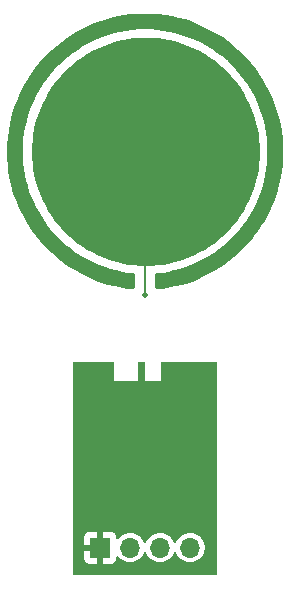
<source format=gbr>
%TF.GenerationSoftware,KiCad,Pcbnew,6.0.2*%
%TF.CreationDate,2022-03-10T12:40:52-05:00*%
%TF.ProjectId,prox-sense-single-mtch105-directional-v0.1-19.05mm-handsolder,70726f78-2d73-4656-9e73-652d73696e67,v0.1*%
%TF.SameCoordinates,Original*%
%TF.FileFunction,Copper,L2,Bot*%
%TF.FilePolarity,Positive*%
%FSLAX46Y46*%
G04 Gerber Fmt 4.6, Leading zero omitted, Abs format (unit mm)*
G04 Created by KiCad (PCBNEW 6.0.2) date 2022-03-10 12:40:52*
%MOMM*%
%LPD*%
G01*
G04 APERTURE LIST*
G04 Aperture macros list*
%AMRoundRect*
0 Rectangle with rounded corners*
0 $1 Rounding radius*
0 $2 $3 $4 $5 $6 $7 $8 $9 X,Y pos of 4 corners*
0 Add a 4 corners polygon primitive as box body*
4,1,4,$2,$3,$4,$5,$6,$7,$8,$9,$2,$3,0*
0 Add four circle primitives for the rounded corners*
1,1,$1+$1,$2,$3*
1,1,$1+$1,$4,$5*
1,1,$1+$1,$6,$7*
1,1,$1+$1,$8,$9*
0 Add four rect primitives between the rounded corners*
20,1,$1+$1,$2,$3,$4,$5,0*
20,1,$1+$1,$4,$5,$6,$7,0*
20,1,$1+$1,$6,$7,$8,$9,0*
20,1,$1+$1,$8,$9,$2,$3,0*%
G04 Aperture macros list end*
%TA.AperFunction,EtchedComponent*%
%ADD10C,0.354009*%
%TD*%
%TA.AperFunction,EtchedComponent*%
%ADD11C,0.292575*%
%TD*%
%TA.AperFunction,ComponentPad*%
%ADD12R,1.700000X1.700000*%
%TD*%
%TA.AperFunction,ComponentPad*%
%ADD13O,1.700000X1.700000*%
%TD*%
%TA.AperFunction,SMDPad,CuDef*%
%ADD14RoundRect,0.381000X0.762000X0.381000X-0.762000X0.381000X-0.762000X-0.381000X0.762000X-0.381000X0*%
%TD*%
%TA.AperFunction,SMDPad,CuDef*%
%ADD15C,1.000000*%
%TD*%
%TA.AperFunction,ComponentPad*%
%ADD16C,1.000000*%
%TD*%
%TA.AperFunction,ViaPad*%
%ADD17C,0.508000*%
%TD*%
%TA.AperFunction,Conductor*%
%ADD18C,0.152400*%
%TD*%
G04 APERTURE END LIST*
D10*
%TO.C,U2*%
X142499740Y-68747087D02*
X141906674Y-68762089D01*
X141906674Y-68762089D02*
X141321393Y-68806600D01*
X141321393Y-68806600D02*
X140744622Y-68879896D01*
X140744622Y-68879896D02*
X140177085Y-68981253D01*
X140177085Y-68981253D02*
X139619505Y-69109946D01*
X139619505Y-69109946D02*
X139072608Y-69265251D01*
X139072608Y-69265251D02*
X138537117Y-69446445D01*
X138537117Y-69446445D02*
X138013756Y-69652803D01*
X138013756Y-69652803D02*
X137503250Y-69883601D01*
X137503250Y-69883601D02*
X137006322Y-70138115D01*
X137006322Y-70138115D02*
X136523697Y-70415621D01*
X136523697Y-70415621D02*
X136056098Y-70715394D01*
X136056098Y-70715394D02*
X135604250Y-71036712D01*
X135604250Y-71036712D02*
X135168877Y-71378848D01*
X135168877Y-71378848D02*
X134750703Y-71741081D01*
X134750703Y-71741081D02*
X134350453Y-72122684D01*
X134350453Y-72122684D02*
X133968849Y-72522935D01*
X133968849Y-72522935D02*
X133606617Y-72941109D01*
X133606617Y-72941109D02*
X133264480Y-73376482D01*
X133264480Y-73376482D02*
X132943163Y-73828329D01*
X132943163Y-73828329D02*
X132643389Y-74295928D01*
X132643389Y-74295928D02*
X132365884Y-74778553D01*
X132365884Y-74778553D02*
X132111370Y-75275481D01*
X132111370Y-75275481D02*
X131880572Y-75785987D01*
X131880572Y-75785987D02*
X131674214Y-76309347D01*
X131674214Y-76309347D02*
X131493020Y-76844838D01*
X131493020Y-76844838D02*
X131337715Y-77391735D01*
X131337715Y-77391735D02*
X131209022Y-77949314D01*
X131209022Y-77949314D02*
X131107666Y-78516850D01*
X131107666Y-78516850D02*
X131034370Y-79093621D01*
X131034370Y-79093621D02*
X130989859Y-79678901D01*
X130989859Y-79678901D02*
X130974857Y-80271967D01*
X130974857Y-80271967D02*
X130988147Y-80829269D01*
X130988147Y-80829269D02*
X131027630Y-81380126D01*
X131027630Y-81380126D02*
X131092722Y-81923901D01*
X131092722Y-81923901D02*
X131182841Y-82459959D01*
X131182841Y-82459959D02*
X131297402Y-82987663D01*
X131297402Y-82987663D02*
X131435823Y-83506376D01*
X131435823Y-83506376D02*
X131597521Y-84015463D01*
X131597521Y-84015463D02*
X131781913Y-84514287D01*
X131781913Y-84514287D02*
X131988415Y-85002211D01*
X131988415Y-85002211D02*
X132216444Y-85478601D01*
X132216444Y-85478601D02*
X132465417Y-85942818D01*
X132465417Y-85942818D02*
X132734751Y-86394228D01*
X132734751Y-86394228D02*
X133023864Y-86832193D01*
X133023864Y-86832193D02*
X133332171Y-87256078D01*
X133332171Y-87256078D02*
X133659089Y-87665246D01*
X133659089Y-87665246D02*
X134004036Y-88059061D01*
X134004036Y-88059061D02*
X134366429Y-88436886D01*
X134366429Y-88436886D02*
X134745683Y-88798086D01*
X134745683Y-88798086D02*
X135141217Y-89142024D01*
X135141217Y-89142024D02*
X135552446Y-89468064D01*
X135552446Y-89468064D02*
X135978789Y-89775569D01*
X135978789Y-89775569D02*
X136419661Y-90063904D01*
X136419661Y-90063904D02*
X136874479Y-90332431D01*
X136874479Y-90332431D02*
X137342661Y-90580515D01*
X137342661Y-90580515D02*
X137823623Y-90807520D01*
X137823623Y-90807520D02*
X138316783Y-91012809D01*
X138316783Y-91012809D02*
X138821556Y-91195746D01*
X138821556Y-91195746D02*
X139337360Y-91355694D01*
X139337360Y-91355694D02*
X139863611Y-91492018D01*
X139863611Y-91492018D02*
X140399728Y-91604080D01*
X140399728Y-91604080D02*
X140945125Y-91691246D01*
X140945125Y-91691246D02*
X141499221Y-91752878D01*
X141499221Y-91752878D02*
X141499801Y-90749368D01*
X141499801Y-90749368D02*
X140997295Y-90689357D01*
X140997295Y-90689357D02*
X140502791Y-90606359D01*
X140502791Y-90606359D02*
X140016811Y-90500948D01*
X140016811Y-90500948D02*
X139539876Y-90373696D01*
X139539876Y-90373696D02*
X139072508Y-90225177D01*
X139072508Y-90225177D02*
X138615228Y-90055966D01*
X138615228Y-90055966D02*
X138168557Y-89866635D01*
X138168557Y-89866635D02*
X137733017Y-89657757D01*
X137733017Y-89657757D02*
X137309129Y-89429907D01*
X137309129Y-89429907D02*
X136897414Y-89183658D01*
X136897414Y-89183658D02*
X136498394Y-88919584D01*
X136498394Y-88919584D02*
X136112590Y-88638257D01*
X136112590Y-88638257D02*
X135740524Y-88340252D01*
X135740524Y-88340252D02*
X135382716Y-88026141D01*
X135382716Y-88026141D02*
X135039689Y-87696499D01*
X135039689Y-87696499D02*
X134711963Y-87351899D01*
X134711963Y-87351899D02*
X134400061Y-86992914D01*
X134400061Y-86992914D02*
X134104502Y-86620118D01*
X134104502Y-86620118D02*
X133825810Y-86234084D01*
X133825810Y-86234084D02*
X133564504Y-85835387D01*
X133564504Y-85835387D02*
X133321107Y-85424598D01*
X133321107Y-85424598D02*
X133096139Y-85002293D01*
X133096139Y-85002293D02*
X132890123Y-84569044D01*
X132890123Y-84569044D02*
X132703579Y-84125425D01*
X132703579Y-84125425D02*
X132537028Y-83672009D01*
X132537028Y-83672009D02*
X132390994Y-83209370D01*
X132390994Y-83209370D02*
X132265995Y-82738081D01*
X132265995Y-82738081D02*
X132162555Y-82258717D01*
X132162555Y-82258717D02*
X132081194Y-81771849D01*
X132081194Y-81771849D02*
X132022433Y-81278053D01*
X132022433Y-81278053D02*
X131986795Y-80777901D01*
X131986795Y-80777901D02*
X131974799Y-80271967D01*
X131974799Y-80271967D02*
X131988494Y-79730362D01*
X131988494Y-79730362D02*
X132029138Y-79195867D01*
X132029138Y-79195867D02*
X132096069Y-78669142D01*
X132096069Y-78669142D02*
X132188627Y-78150850D01*
X132188627Y-78150850D02*
X132306149Y-77641652D01*
X132306149Y-77641652D02*
X132447975Y-77142208D01*
X132447975Y-77142208D02*
X132613444Y-76653180D01*
X132613444Y-76653180D02*
X132801894Y-76175230D01*
X132801894Y-76175230D02*
X133012663Y-75709018D01*
X133012663Y-75709018D02*
X133245091Y-75255206D01*
X133245091Y-75255206D02*
X133498517Y-74814456D01*
X133498517Y-74814456D02*
X133772278Y-74387428D01*
X133772278Y-74387428D02*
X134065714Y-73974784D01*
X134065714Y-73974784D02*
X134378163Y-73577185D01*
X134378163Y-73577185D02*
X134708965Y-73195293D01*
X134708965Y-73195293D02*
X135057457Y-72829769D01*
X135057457Y-72829769D02*
X135422979Y-72481273D01*
X135422979Y-72481273D02*
X135804869Y-72150469D01*
X135804869Y-72150469D02*
X136202466Y-71838016D01*
X136202466Y-71838016D02*
X136615109Y-71544575D01*
X136615109Y-71544575D02*
X137042137Y-71270810D01*
X137042137Y-71270810D02*
X137482887Y-71017380D01*
X137482887Y-71017380D02*
X137936699Y-70784947D01*
X137936699Y-70784947D02*
X138402912Y-70574172D01*
X138402912Y-70574172D02*
X138880864Y-70385716D01*
X138880864Y-70385716D02*
X139369894Y-70220242D01*
X139369894Y-70220242D02*
X139869340Y-70078410D01*
X139869340Y-70078410D02*
X140378542Y-69960881D01*
X140378542Y-69960881D02*
X140896839Y-69868317D01*
X140896839Y-69868317D02*
X141423568Y-69801379D01*
X141423568Y-69801379D02*
X141958068Y-69760728D01*
X141958068Y-69760728D02*
X142499679Y-69747026D01*
X142499679Y-69747026D02*
X143021606Y-69759940D01*
X143021606Y-69759940D02*
X143539991Y-69798488D01*
X143539991Y-69798488D02*
X144053971Y-69862311D01*
X144053971Y-69862311D02*
X144562683Y-69951054D01*
X144562683Y-69951054D02*
X145065264Y-70064357D01*
X145065264Y-70064357D02*
X145560852Y-70201865D01*
X145560852Y-70201865D02*
X146048584Y-70363219D01*
X146048584Y-70363219D02*
X146527597Y-70548063D01*
X146527597Y-70548063D02*
X146997028Y-70756039D01*
X146997028Y-70756039D02*
X147456016Y-70986789D01*
X147456016Y-70986789D02*
X147903697Y-71239957D01*
X147903697Y-71239957D02*
X148339208Y-71515185D01*
X148339208Y-71515185D02*
X148761688Y-71812116D01*
X148761688Y-71812116D02*
X149170272Y-72130393D01*
X149170272Y-72130393D02*
X149564099Y-72469658D01*
X149564099Y-72469658D02*
X149942306Y-72829553D01*
X149942306Y-72829553D02*
X150302219Y-73207743D01*
X150302219Y-73207743D02*
X150641503Y-73601554D01*
X150641503Y-73601554D02*
X150959799Y-74010122D01*
X150959799Y-74010122D02*
X151256750Y-74432586D01*
X151256750Y-74432586D02*
X151531999Y-74868083D01*
X151531999Y-74868083D02*
X151785189Y-75315749D01*
X151785189Y-75315749D02*
X152015962Y-75774723D01*
X152015962Y-75774723D02*
X152223961Y-76244141D01*
X152223961Y-76244141D02*
X152408828Y-76723141D01*
X152408828Y-76723141D02*
X152570206Y-77210861D01*
X152570206Y-77210861D02*
X152707738Y-77706436D01*
X152707738Y-77706436D02*
X152821066Y-78209006D01*
X152821066Y-78209006D02*
X152909833Y-78717706D01*
X152909833Y-78717706D02*
X152973681Y-79231675D01*
X152973681Y-79231675D02*
X153012253Y-79750049D01*
X153012253Y-79750049D02*
X153025192Y-80271967D01*
X153025192Y-80271967D02*
X153013195Y-80777914D01*
X153013195Y-80777914D02*
X152977554Y-81278079D01*
X152977554Y-81278079D02*
X152918790Y-81771888D01*
X152918790Y-81771888D02*
X152837423Y-82258767D01*
X152837423Y-82258767D02*
X152733976Y-82738143D01*
X152733976Y-82738143D02*
X152608969Y-83209443D01*
X152608969Y-83209443D02*
X152462925Y-83672092D01*
X152462925Y-83672092D02*
X152296365Y-84125517D01*
X152296365Y-84125517D02*
X152109809Y-84569145D01*
X152109809Y-84569145D02*
X151903781Y-85002402D01*
X151903781Y-85002402D02*
X151678800Y-85424714D01*
X151678800Y-85424714D02*
X151435388Y-85835509D01*
X151435388Y-85835509D02*
X151174067Y-86234212D01*
X151174067Y-86234212D02*
X150895359Y-86620250D01*
X150895359Y-86620250D02*
X150599784Y-86993049D01*
X150599784Y-86993049D02*
X150287864Y-87352036D01*
X150287864Y-87352036D02*
X149960121Y-87696638D01*
X149960121Y-87696638D02*
X149617075Y-88026280D01*
X149617075Y-88026280D02*
X149259249Y-88340389D01*
X149259249Y-88340389D02*
X148887164Y-88638392D01*
X148887164Y-88638392D02*
X148501341Y-88919716D01*
X148501341Y-88919716D02*
X148102301Y-89183786D01*
X148102301Y-89183786D02*
X147690566Y-89430029D01*
X147690566Y-89430029D02*
X147266658Y-89657871D01*
X147266658Y-89657871D02*
X146831098Y-89866739D01*
X146831098Y-89866739D02*
X146384407Y-90056060D01*
X146384407Y-90056060D02*
X145927107Y-90225260D01*
X145927107Y-90225260D02*
X145459719Y-90373765D01*
X145459719Y-90373765D02*
X144982765Y-90501002D01*
X144982765Y-90501002D02*
X144496765Y-90606397D01*
X144496765Y-90606397D02*
X144002242Y-90689377D01*
X144002242Y-90689377D02*
X143499717Y-90749368D01*
X143499717Y-90749368D02*
X143499679Y-91752924D01*
X143499679Y-91752924D02*
X144053797Y-91691343D01*
X144053797Y-91691343D02*
X144599219Y-91604226D01*
X144599219Y-91604226D02*
X145135361Y-91492209D01*
X145135361Y-91492209D02*
X145661640Y-91355929D01*
X145661640Y-91355929D02*
X146177472Y-91196021D01*
X146177472Y-91196021D02*
X146682275Y-91013123D01*
X146682275Y-91013123D02*
X147175466Y-90807869D01*
X147175466Y-90807869D02*
X147656460Y-90580896D01*
X147656460Y-90580896D02*
X148124675Y-90332841D01*
X148124675Y-90332841D02*
X148579528Y-90064339D01*
X148579528Y-90064339D02*
X149020435Y-89776027D01*
X149020435Y-89776027D02*
X149446814Y-89468541D01*
X149446814Y-89468541D02*
X149858080Y-89142517D01*
X149858080Y-89142517D02*
X150253651Y-88798591D01*
X150253651Y-88798591D02*
X150632943Y-88437399D01*
X150632943Y-88437399D02*
X150995373Y-88059579D01*
X150995373Y-88059579D02*
X151340358Y-87665764D01*
X151340358Y-87665764D02*
X151667315Y-87256593D01*
X151667315Y-87256593D02*
X151975661Y-86832701D01*
X151975661Y-86832701D02*
X152264811Y-86394724D01*
X152264811Y-86394724D02*
X152534184Y-85943299D01*
X152534184Y-85943299D02*
X152783196Y-85479061D01*
X152783196Y-85479061D02*
X153011262Y-85002648D01*
X153011262Y-85002648D02*
X153217802Y-84514694D01*
X153217802Y-84514694D02*
X153402230Y-84015836D01*
X153402230Y-84015836D02*
X153563964Y-83506711D01*
X153563964Y-83506711D02*
X153702421Y-82987955D01*
X153702421Y-82987955D02*
X153817017Y-82460203D01*
X153817017Y-82460203D02*
X153907169Y-81924092D01*
X153907169Y-81924092D02*
X153972295Y-81380258D01*
X153972295Y-81380258D02*
X154011809Y-80829338D01*
X154011809Y-80829338D02*
X154025131Y-80271967D01*
X154025131Y-80271967D02*
X154010966Y-79700487D01*
X154010966Y-79700487D02*
X153968733Y-79132884D01*
X153968733Y-79132884D02*
X153898824Y-78570102D01*
X153898824Y-78570102D02*
X153801629Y-78013086D01*
X153801629Y-78013086D02*
X153677539Y-77462782D01*
X153677539Y-77462782D02*
X153526947Y-76920133D01*
X153526947Y-76920133D02*
X153350242Y-76386086D01*
X153350242Y-76386086D02*
X153147818Y-75861583D01*
X153147818Y-75861583D02*
X152920064Y-75347572D01*
X152920064Y-75347572D02*
X152667373Y-74844995D01*
X152667373Y-74844995D02*
X152390135Y-74354799D01*
X152390135Y-74354799D02*
X152088742Y-73877928D01*
X152088742Y-73877928D02*
X151763585Y-73415327D01*
X151763585Y-73415327D02*
X151415055Y-72967940D01*
X151415055Y-72967940D02*
X151043545Y-72536713D01*
X151043545Y-72536713D02*
X150649444Y-72122591D01*
X150649444Y-72122591D02*
X150235312Y-71728499D01*
X150235312Y-71728499D02*
X149804075Y-71356997D01*
X149804075Y-71356997D02*
X149356679Y-71008478D01*
X149356679Y-71008478D02*
X148894068Y-70683331D01*
X148894068Y-70683331D02*
X148417187Y-70381948D01*
X148417187Y-70381948D02*
X147926980Y-70104722D01*
X147926980Y-70104722D02*
X147424393Y-69852042D01*
X147424393Y-69852042D02*
X146910370Y-69624300D01*
X146910370Y-69624300D02*
X146385856Y-69421887D01*
X146385856Y-69421887D02*
X145851795Y-69245195D01*
X145851795Y-69245195D02*
X145309132Y-69094615D01*
X145309132Y-69094615D02*
X144758812Y-68970538D01*
X144758812Y-68970538D02*
X144201779Y-68873355D01*
X144201779Y-68873355D02*
X143638979Y-68803459D01*
X143638979Y-68803459D02*
X143071356Y-68761239D01*
X143071356Y-68761239D02*
X142499854Y-68747087D01*
X142499854Y-68747087D02*
X142499740Y-68747087D01*
X142499740Y-68747087D02*
X142499740Y-68747087D01*
G36*
X143071356Y-68761239D02*
G01*
X143638979Y-68803459D01*
X144201779Y-68873355D01*
X144758812Y-68970538D01*
X145309132Y-69094615D01*
X145851795Y-69245195D01*
X146385856Y-69421887D01*
X146910370Y-69624300D01*
X147424393Y-69852042D01*
X147926980Y-70104722D01*
X148417187Y-70381948D01*
X148894068Y-70683331D01*
X149356679Y-71008478D01*
X149804075Y-71356997D01*
X150235312Y-71728499D01*
X150649444Y-72122591D01*
X151043545Y-72536713D01*
X151415055Y-72967940D01*
X151763585Y-73415327D01*
X152088742Y-73877928D01*
X152390135Y-74354799D01*
X152667373Y-74844995D01*
X152920064Y-75347572D01*
X153147818Y-75861583D01*
X153350242Y-76386086D01*
X153526947Y-76920133D01*
X153677539Y-77462782D01*
X153801629Y-78013086D01*
X153898824Y-78570102D01*
X153968733Y-79132884D01*
X154010966Y-79700487D01*
X154025131Y-80271967D01*
X154011809Y-80829338D01*
X153972295Y-81380258D01*
X153907169Y-81924092D01*
X153817017Y-82460203D01*
X153702421Y-82987955D01*
X153563964Y-83506711D01*
X153402230Y-84015836D01*
X153217802Y-84514694D01*
X153011262Y-85002648D01*
X152783196Y-85479061D01*
X152534184Y-85943299D01*
X152264811Y-86394724D01*
X151975661Y-86832701D01*
X151667315Y-87256593D01*
X151340358Y-87665764D01*
X150995373Y-88059579D01*
X150632943Y-88437399D01*
X150253651Y-88798591D01*
X149858080Y-89142517D01*
X149446814Y-89468541D01*
X149020435Y-89776027D01*
X148579528Y-90064339D01*
X148124675Y-90332841D01*
X147656460Y-90580896D01*
X147175466Y-90807869D01*
X146682275Y-91013123D01*
X146177472Y-91196021D01*
X145661640Y-91355929D01*
X145135361Y-91492209D01*
X144599219Y-91604226D01*
X144053797Y-91691343D01*
X143499679Y-91752924D01*
X143499717Y-90749368D01*
X144002242Y-90689377D01*
X144496765Y-90606397D01*
X144982765Y-90501002D01*
X145459719Y-90373765D01*
X145927107Y-90225260D01*
X146384407Y-90056060D01*
X146831098Y-89866739D01*
X147266658Y-89657871D01*
X147690566Y-89430029D01*
X148102301Y-89183786D01*
X148501341Y-88919716D01*
X148887164Y-88638392D01*
X149259249Y-88340389D01*
X149617075Y-88026280D01*
X149960121Y-87696638D01*
X150287864Y-87352036D01*
X150599784Y-86993049D01*
X150895359Y-86620250D01*
X151174067Y-86234212D01*
X151435388Y-85835509D01*
X151678800Y-85424714D01*
X151903781Y-85002402D01*
X152109809Y-84569145D01*
X152296365Y-84125517D01*
X152462925Y-83672092D01*
X152608969Y-83209443D01*
X152733976Y-82738143D01*
X152837423Y-82258767D01*
X152918790Y-81771888D01*
X152977554Y-81278079D01*
X153013195Y-80777914D01*
X153025192Y-80271967D01*
X153012253Y-79750049D01*
X152973681Y-79231675D01*
X152909833Y-78717706D01*
X152821066Y-78209006D01*
X152707738Y-77706436D01*
X152570206Y-77210861D01*
X152408828Y-76723141D01*
X152223961Y-76244141D01*
X152015962Y-75774723D01*
X151785189Y-75315749D01*
X151531999Y-74868083D01*
X151256750Y-74432586D01*
X150959799Y-74010122D01*
X150641503Y-73601554D01*
X150302219Y-73207743D01*
X149942306Y-72829553D01*
X149564099Y-72469658D01*
X149170272Y-72130393D01*
X148761688Y-71812116D01*
X148339208Y-71515185D01*
X147903697Y-71239957D01*
X147456016Y-70986789D01*
X146997028Y-70756039D01*
X146527597Y-70548063D01*
X146048584Y-70363219D01*
X145560852Y-70201865D01*
X145065264Y-70064357D01*
X144562683Y-69951054D01*
X144053971Y-69862311D01*
X143539991Y-69798488D01*
X143021606Y-69759940D01*
X142499679Y-69747026D01*
X141958068Y-69760728D01*
X141423568Y-69801379D01*
X140896839Y-69868317D01*
X140378542Y-69960881D01*
X139869340Y-70078410D01*
X139369894Y-70220242D01*
X138880864Y-70385716D01*
X138402912Y-70574172D01*
X137936699Y-70784947D01*
X137482887Y-71017380D01*
X137042137Y-71270810D01*
X136615109Y-71544575D01*
X136202466Y-71838016D01*
X135804869Y-72150469D01*
X135422979Y-72481273D01*
X135057457Y-72829769D01*
X134708965Y-73195293D01*
X134378163Y-73577185D01*
X134065714Y-73974784D01*
X133772278Y-74387428D01*
X133498517Y-74814456D01*
X133245091Y-75255206D01*
X133012663Y-75709018D01*
X132801894Y-76175230D01*
X132613444Y-76653180D01*
X132447975Y-77142208D01*
X132306149Y-77641652D01*
X132188627Y-78150850D01*
X132096069Y-78669142D01*
X132029138Y-79195867D01*
X131988494Y-79730362D01*
X131974799Y-80271967D01*
X131986795Y-80777901D01*
X132022433Y-81278053D01*
X132081194Y-81771849D01*
X132162555Y-82258717D01*
X132265995Y-82738081D01*
X132390994Y-83209370D01*
X132537028Y-83672009D01*
X132703579Y-84125425D01*
X132890123Y-84569044D01*
X133096139Y-85002293D01*
X133321107Y-85424598D01*
X133564504Y-85835387D01*
X133825810Y-86234084D01*
X134104502Y-86620118D01*
X134400061Y-86992914D01*
X134711963Y-87351899D01*
X135039689Y-87696499D01*
X135382716Y-88026141D01*
X135740524Y-88340252D01*
X136112590Y-88638257D01*
X136498394Y-88919584D01*
X136897414Y-89183658D01*
X137309129Y-89429907D01*
X137733017Y-89657757D01*
X138168557Y-89866635D01*
X138615228Y-90055966D01*
X139072508Y-90225177D01*
X139539876Y-90373696D01*
X140016811Y-90500948D01*
X140502791Y-90606359D01*
X140997295Y-90689357D01*
X141499801Y-90749368D01*
X141499221Y-91752878D01*
X140945125Y-91691246D01*
X140399728Y-91604080D01*
X139863611Y-91492018D01*
X139337360Y-91355694D01*
X138821556Y-91195746D01*
X138316783Y-91012809D01*
X137823623Y-90807520D01*
X137342661Y-90580515D01*
X136874479Y-90332431D01*
X136419661Y-90063904D01*
X135978789Y-89775569D01*
X135552446Y-89468064D01*
X135141217Y-89142024D01*
X134745683Y-88798086D01*
X134366429Y-88436886D01*
X134004036Y-88059061D01*
X133659089Y-87665246D01*
X133332171Y-87256078D01*
X133023864Y-86832193D01*
X132734751Y-86394228D01*
X132465417Y-85942818D01*
X132216444Y-85478601D01*
X131988415Y-85002211D01*
X131781913Y-84514287D01*
X131597521Y-84015463D01*
X131435823Y-83506376D01*
X131297402Y-82987663D01*
X131182841Y-82459959D01*
X131092722Y-81923901D01*
X131027630Y-81380126D01*
X130988147Y-80829269D01*
X130974857Y-80271967D01*
X130989859Y-79678901D01*
X131034370Y-79093621D01*
X131107666Y-78516850D01*
X131209022Y-77949314D01*
X131337715Y-77391735D01*
X131493020Y-76844838D01*
X131674214Y-76309347D01*
X131880572Y-75785987D01*
X132111370Y-75275481D01*
X132365884Y-74778553D01*
X132643389Y-74295928D01*
X132943163Y-73828329D01*
X133264480Y-73376482D01*
X133606617Y-72941109D01*
X133968849Y-72522935D01*
X134350453Y-72122684D01*
X134750703Y-71741081D01*
X135168877Y-71378848D01*
X135604250Y-71036712D01*
X136056098Y-70715394D01*
X136523697Y-70415621D01*
X137006322Y-70138115D01*
X137503250Y-69883601D01*
X138013756Y-69652803D01*
X138537117Y-69446445D01*
X139072608Y-69265251D01*
X139619505Y-69109946D01*
X140177085Y-68981253D01*
X140744622Y-68879896D01*
X141321393Y-68806600D01*
X141906674Y-68762089D01*
X142499740Y-68747087D01*
X142499854Y-68747087D01*
X143071356Y-68761239D01*
G37*
X143071356Y-68761239D02*
X143638979Y-68803459D01*
X144201779Y-68873355D01*
X144758812Y-68970538D01*
X145309132Y-69094615D01*
X145851795Y-69245195D01*
X146385856Y-69421887D01*
X146910370Y-69624300D01*
X147424393Y-69852042D01*
X147926980Y-70104722D01*
X148417187Y-70381948D01*
X148894068Y-70683331D01*
X149356679Y-71008478D01*
X149804075Y-71356997D01*
X150235312Y-71728499D01*
X150649444Y-72122591D01*
X151043545Y-72536713D01*
X151415055Y-72967940D01*
X151763585Y-73415327D01*
X152088742Y-73877928D01*
X152390135Y-74354799D01*
X152667373Y-74844995D01*
X152920064Y-75347572D01*
X153147818Y-75861583D01*
X153350242Y-76386086D01*
X153526947Y-76920133D01*
X153677539Y-77462782D01*
X153801629Y-78013086D01*
X153898824Y-78570102D01*
X153968733Y-79132884D01*
X154010966Y-79700487D01*
X154025131Y-80271967D01*
X154011809Y-80829338D01*
X153972295Y-81380258D01*
X153907169Y-81924092D01*
X153817017Y-82460203D01*
X153702421Y-82987955D01*
X153563964Y-83506711D01*
X153402230Y-84015836D01*
X153217802Y-84514694D01*
X153011262Y-85002648D01*
X152783196Y-85479061D01*
X152534184Y-85943299D01*
X152264811Y-86394724D01*
X151975661Y-86832701D01*
X151667315Y-87256593D01*
X151340358Y-87665764D01*
X150995373Y-88059579D01*
X150632943Y-88437399D01*
X150253651Y-88798591D01*
X149858080Y-89142517D01*
X149446814Y-89468541D01*
X149020435Y-89776027D01*
X148579528Y-90064339D01*
X148124675Y-90332841D01*
X147656460Y-90580896D01*
X147175466Y-90807869D01*
X146682275Y-91013123D01*
X146177472Y-91196021D01*
X145661640Y-91355929D01*
X145135361Y-91492209D01*
X144599219Y-91604226D01*
X144053797Y-91691343D01*
X143499679Y-91752924D01*
X143499717Y-90749368D01*
X144002242Y-90689377D01*
X144496765Y-90606397D01*
X144982765Y-90501002D01*
X145459719Y-90373765D01*
X145927107Y-90225260D01*
X146384407Y-90056060D01*
X146831098Y-89866739D01*
X147266658Y-89657871D01*
X147690566Y-89430029D01*
X148102301Y-89183786D01*
X148501341Y-88919716D01*
X148887164Y-88638392D01*
X149259249Y-88340389D01*
X149617075Y-88026280D01*
X149960121Y-87696638D01*
X150287864Y-87352036D01*
X150599784Y-86993049D01*
X150895359Y-86620250D01*
X151174067Y-86234212D01*
X151435388Y-85835509D01*
X151678800Y-85424714D01*
X151903781Y-85002402D01*
X152109809Y-84569145D01*
X152296365Y-84125517D01*
X152462925Y-83672092D01*
X152608969Y-83209443D01*
X152733976Y-82738143D01*
X152837423Y-82258767D01*
X152918790Y-81771888D01*
X152977554Y-81278079D01*
X153013195Y-80777914D01*
X153025192Y-80271967D01*
X153012253Y-79750049D01*
X152973681Y-79231675D01*
X152909833Y-78717706D01*
X152821066Y-78209006D01*
X152707738Y-77706436D01*
X152570206Y-77210861D01*
X152408828Y-76723141D01*
X152223961Y-76244141D01*
X152015962Y-75774723D01*
X151785189Y-75315749D01*
X151531999Y-74868083D01*
X151256750Y-74432586D01*
X150959799Y-74010122D01*
X150641503Y-73601554D01*
X150302219Y-73207743D01*
X149942306Y-72829553D01*
X149564099Y-72469658D01*
X149170272Y-72130393D01*
X148761688Y-71812116D01*
X148339208Y-71515185D01*
X147903697Y-71239957D01*
X147456016Y-70986789D01*
X146997028Y-70756039D01*
X146527597Y-70548063D01*
X146048584Y-70363219D01*
X145560852Y-70201865D01*
X145065264Y-70064357D01*
X144562683Y-69951054D01*
X144053971Y-69862311D01*
X143539991Y-69798488D01*
X143021606Y-69759940D01*
X142499679Y-69747026D01*
X141958068Y-69760728D01*
X141423568Y-69801379D01*
X140896839Y-69868317D01*
X140378542Y-69960881D01*
X139869340Y-70078410D01*
X139369894Y-70220242D01*
X138880864Y-70385716D01*
X138402912Y-70574172D01*
X137936699Y-70784947D01*
X137482887Y-71017380D01*
X137042137Y-71270810D01*
X136615109Y-71544575D01*
X136202466Y-71838016D01*
X135804869Y-72150469D01*
X135422979Y-72481273D01*
X135057457Y-72829769D01*
X134708965Y-73195293D01*
X134378163Y-73577185D01*
X134065714Y-73974784D01*
X133772278Y-74387428D01*
X133498517Y-74814456D01*
X133245091Y-75255206D01*
X133012663Y-75709018D01*
X132801894Y-76175230D01*
X132613444Y-76653180D01*
X132447975Y-77142208D01*
X132306149Y-77641652D01*
X132188627Y-78150850D01*
X132096069Y-78669142D01*
X132029138Y-79195867D01*
X131988494Y-79730362D01*
X131974799Y-80271967D01*
X131986795Y-80777901D01*
X132022433Y-81278053D01*
X132081194Y-81771849D01*
X132162555Y-82258717D01*
X132265995Y-82738081D01*
X132390994Y-83209370D01*
X132537028Y-83672009D01*
X132703579Y-84125425D01*
X132890123Y-84569044D01*
X133096139Y-85002293D01*
X133321107Y-85424598D01*
X133564504Y-85835387D01*
X133825810Y-86234084D01*
X134104502Y-86620118D01*
X134400061Y-86992914D01*
X134711963Y-87351899D01*
X135039689Y-87696499D01*
X135382716Y-88026141D01*
X135740524Y-88340252D01*
X136112590Y-88638257D01*
X136498394Y-88919584D01*
X136897414Y-89183658D01*
X137309129Y-89429907D01*
X137733017Y-89657757D01*
X138168557Y-89866635D01*
X138615228Y-90055966D01*
X139072508Y-90225177D01*
X139539876Y-90373696D01*
X140016811Y-90500948D01*
X140502791Y-90606359D01*
X140997295Y-90689357D01*
X141499801Y-90749368D01*
X141499221Y-91752878D01*
X140945125Y-91691246D01*
X140399728Y-91604080D01*
X139863611Y-91492018D01*
X139337360Y-91355694D01*
X138821556Y-91195746D01*
X138316783Y-91012809D01*
X137823623Y-90807520D01*
X137342661Y-90580515D01*
X136874479Y-90332431D01*
X136419661Y-90063904D01*
X135978789Y-89775569D01*
X135552446Y-89468064D01*
X135141217Y-89142024D01*
X134745683Y-88798086D01*
X134366429Y-88436886D01*
X134004036Y-88059061D01*
X133659089Y-87665246D01*
X133332171Y-87256078D01*
X133023864Y-86832193D01*
X132734751Y-86394228D01*
X132465417Y-85942818D01*
X132216444Y-85478601D01*
X131988415Y-85002211D01*
X131781913Y-84514287D01*
X131597521Y-84015463D01*
X131435823Y-83506376D01*
X131297402Y-82987663D01*
X131182841Y-82459959D01*
X131092722Y-81923901D01*
X131027630Y-81380126D01*
X130988147Y-80829269D01*
X130974857Y-80271967D01*
X130989859Y-79678901D01*
X131034370Y-79093621D01*
X131107666Y-78516850D01*
X131209022Y-77949314D01*
X131337715Y-77391735D01*
X131493020Y-76844838D01*
X131674214Y-76309347D01*
X131880572Y-75785987D01*
X132111370Y-75275481D01*
X132365884Y-74778553D01*
X132643389Y-74295928D01*
X132943163Y-73828329D01*
X133264480Y-73376482D01*
X133606617Y-72941109D01*
X133968849Y-72522935D01*
X134350453Y-72122684D01*
X134750703Y-71741081D01*
X135168877Y-71378848D01*
X135604250Y-71036712D01*
X136056098Y-70715394D01*
X136523697Y-70415621D01*
X137006322Y-70138115D01*
X137503250Y-69883601D01*
X138013756Y-69652803D01*
X138537117Y-69446445D01*
X139072608Y-69265251D01*
X139619505Y-69109946D01*
X140177085Y-68981253D01*
X140744622Y-68879896D01*
X141321393Y-68806600D01*
X141906674Y-68762089D01*
X142499740Y-68747087D01*
X142499854Y-68747087D01*
X143071356Y-68761239D01*
D11*
X132999994Y-80250004D02*
X133012388Y-80740160D01*
X133012388Y-80740160D02*
X133049171Y-81223880D01*
X133049171Y-81223880D02*
X133109743Y-81700568D01*
X133109743Y-81700568D02*
X133193508Y-82169624D01*
X133193508Y-82169624D02*
X133299866Y-82630450D01*
X133299866Y-82630450D02*
X133428219Y-83082448D01*
X133428219Y-83082448D02*
X133577968Y-83525019D01*
X133577968Y-83525019D02*
X133748516Y-83957564D01*
X133748516Y-83957564D02*
X133939262Y-84379485D01*
X133939262Y-84379485D02*
X134149610Y-84790185D01*
X134149610Y-84790185D02*
X134378960Y-85189063D01*
X134378960Y-85189063D02*
X134626714Y-85575522D01*
X134626714Y-85575522D02*
X134892274Y-85948963D01*
X134892274Y-85948963D02*
X135175040Y-86308788D01*
X135175040Y-86308788D02*
X135474416Y-86654399D01*
X135474416Y-86654399D02*
X135789801Y-86985196D01*
X135789801Y-86985196D02*
X136120598Y-87300581D01*
X136120598Y-87300581D02*
X136466209Y-87599957D01*
X136466209Y-87599957D02*
X136826034Y-87882723D01*
X136826034Y-87882723D02*
X137199475Y-88148283D01*
X137199475Y-88148283D02*
X137585934Y-88396037D01*
X137585934Y-88396037D02*
X137984812Y-88625387D01*
X137984812Y-88625387D02*
X138395512Y-88835735D01*
X138395512Y-88835735D02*
X138817433Y-89026481D01*
X138817433Y-89026481D02*
X139249978Y-89197029D01*
X139249978Y-89197029D02*
X139692549Y-89346778D01*
X139692549Y-89346778D02*
X140144547Y-89475131D01*
X140144547Y-89475131D02*
X140605373Y-89581489D01*
X140605373Y-89581489D02*
X141074429Y-89665254D01*
X141074429Y-89665254D02*
X141551117Y-89725826D01*
X141551117Y-89725826D02*
X142034837Y-89762609D01*
X142034837Y-89762609D02*
X142524993Y-89775003D01*
X142524993Y-89775003D02*
X143015148Y-89762609D01*
X143015148Y-89762609D02*
X143498869Y-89725826D01*
X143498869Y-89725826D02*
X143975556Y-89665254D01*
X143975556Y-89665254D02*
X144444612Y-89581489D01*
X144444612Y-89581489D02*
X144905439Y-89475131D01*
X144905439Y-89475131D02*
X145357436Y-89346778D01*
X145357436Y-89346778D02*
X145800007Y-89197029D01*
X145800007Y-89197029D02*
X146232553Y-89026481D01*
X146232553Y-89026481D02*
X146654474Y-88835735D01*
X146654474Y-88835735D02*
X147065173Y-88625387D01*
X147065173Y-88625387D02*
X147464052Y-88396037D01*
X147464052Y-88396037D02*
X147850511Y-88148283D01*
X147850511Y-88148283D02*
X148223952Y-87882723D01*
X148223952Y-87882723D02*
X148583777Y-87599957D01*
X148583777Y-87599957D02*
X148929387Y-87300581D01*
X148929387Y-87300581D02*
X149260185Y-86985196D01*
X149260185Y-86985196D02*
X149575570Y-86654399D01*
X149575570Y-86654399D02*
X149874946Y-86308788D01*
X149874946Y-86308788D02*
X150157712Y-85948963D01*
X150157712Y-85948963D02*
X150423272Y-85575522D01*
X150423272Y-85575522D02*
X150671026Y-85189063D01*
X150671026Y-85189063D02*
X150900376Y-84790185D01*
X150900376Y-84790185D02*
X151110724Y-84379485D01*
X151110724Y-84379485D02*
X151301471Y-83957564D01*
X151301471Y-83957564D02*
X151472018Y-83525019D01*
X151472018Y-83525019D02*
X151621767Y-83082448D01*
X151621767Y-83082448D02*
X151750120Y-82630450D01*
X151750120Y-82630450D02*
X151856478Y-82169624D01*
X151856478Y-82169624D02*
X151940243Y-81700568D01*
X151940243Y-81700568D02*
X152000816Y-81223880D01*
X152000816Y-81223880D02*
X152037598Y-80740160D01*
X152037598Y-80740160D02*
X152049992Y-80250004D01*
X152049992Y-80250004D02*
X152037598Y-79759849D01*
X152037598Y-79759849D02*
X152000816Y-79276128D01*
X152000816Y-79276128D02*
X151940243Y-78799441D01*
X151940243Y-78799441D02*
X151856478Y-78330385D01*
X151856478Y-78330385D02*
X151750120Y-77869558D01*
X151750120Y-77869558D02*
X151621767Y-77417561D01*
X151621767Y-77417561D02*
X151472018Y-76974990D01*
X151472018Y-76974990D02*
X151301471Y-76542444D01*
X151301471Y-76542444D02*
X151110724Y-76120523D01*
X151110724Y-76120523D02*
X150900376Y-75709824D01*
X150900376Y-75709824D02*
X150671026Y-75310945D01*
X150671026Y-75310945D02*
X150423272Y-74924486D01*
X150423272Y-74924486D02*
X150157712Y-74551045D01*
X150157712Y-74551045D02*
X149874946Y-74191220D01*
X149874946Y-74191220D02*
X149575570Y-73845610D01*
X149575570Y-73845610D02*
X149260185Y-73514812D01*
X149260185Y-73514812D02*
X148929387Y-73199427D01*
X148929387Y-73199427D02*
X148583777Y-72900051D01*
X148583777Y-72900051D02*
X148223952Y-72617285D01*
X148223952Y-72617285D02*
X147850511Y-72351725D01*
X147850511Y-72351725D02*
X147464052Y-72103971D01*
X147464052Y-72103971D02*
X147065173Y-71874621D01*
X147065173Y-71874621D02*
X146654474Y-71664273D01*
X146654474Y-71664273D02*
X146232553Y-71473526D01*
X146232553Y-71473526D02*
X145800007Y-71302979D01*
X145800007Y-71302979D02*
X145357436Y-71153230D01*
X145357436Y-71153230D02*
X144905439Y-71024877D01*
X144905439Y-71024877D02*
X144444612Y-70918519D01*
X144444612Y-70918519D02*
X143975556Y-70834754D01*
X143975556Y-70834754D02*
X143498869Y-70774181D01*
X143498869Y-70774181D02*
X143015148Y-70737399D01*
X143015148Y-70737399D02*
X142524993Y-70725005D01*
X142524993Y-70725005D02*
X142034837Y-70737399D01*
X142034837Y-70737399D02*
X141551117Y-70774181D01*
X141551117Y-70774181D02*
X141074429Y-70834754D01*
X141074429Y-70834754D02*
X140605373Y-70918519D01*
X140605373Y-70918519D02*
X140144547Y-71024877D01*
X140144547Y-71024877D02*
X139692549Y-71153230D01*
X139692549Y-71153230D02*
X139249978Y-71302979D01*
X139249978Y-71302979D02*
X138817433Y-71473526D01*
X138817433Y-71473526D02*
X138395512Y-71664273D01*
X138395512Y-71664273D02*
X137984812Y-71874621D01*
X137984812Y-71874621D02*
X137585934Y-72103971D01*
X137585934Y-72103971D02*
X137199475Y-72351725D01*
X137199475Y-72351725D02*
X136826034Y-72617285D01*
X136826034Y-72617285D02*
X136466209Y-72900051D01*
X136466209Y-72900051D02*
X136120598Y-73199427D01*
X136120598Y-73199427D02*
X135789801Y-73514812D01*
X135789801Y-73514812D02*
X135474416Y-73845610D01*
X135474416Y-73845610D02*
X135175040Y-74191220D01*
X135175040Y-74191220D02*
X134892274Y-74551045D01*
X134892274Y-74551045D02*
X134626714Y-74924486D01*
X134626714Y-74924486D02*
X134378960Y-75310945D01*
X134378960Y-75310945D02*
X134149610Y-75709824D01*
X134149610Y-75709824D02*
X133939262Y-76120523D01*
X133939262Y-76120523D02*
X133748516Y-76542444D01*
X133748516Y-76542444D02*
X133577968Y-76974990D01*
X133577968Y-76974990D02*
X133428219Y-77417561D01*
X133428219Y-77417561D02*
X133299866Y-77869558D01*
X133299866Y-77869558D02*
X133193508Y-78330385D01*
X133193508Y-78330385D02*
X133109743Y-78799441D01*
X133109743Y-78799441D02*
X133049171Y-79276128D01*
X133049171Y-79276128D02*
X133012388Y-79759849D01*
X133012388Y-79759849D02*
X132999994Y-80250004D01*
X132999994Y-80250004D02*
X132999994Y-80250004D01*
G36*
X143015148Y-70737399D02*
G01*
X143498869Y-70774181D01*
X143975556Y-70834754D01*
X144444612Y-70918519D01*
X144905439Y-71024877D01*
X145357436Y-71153230D01*
X145800007Y-71302979D01*
X146232553Y-71473526D01*
X146654474Y-71664273D01*
X147065173Y-71874621D01*
X147464052Y-72103971D01*
X147850511Y-72351725D01*
X148223952Y-72617285D01*
X148583777Y-72900051D01*
X148929387Y-73199427D01*
X149260185Y-73514812D01*
X149575570Y-73845610D01*
X149874946Y-74191220D01*
X150157712Y-74551045D01*
X150423272Y-74924486D01*
X150671026Y-75310945D01*
X150900376Y-75709824D01*
X151110724Y-76120523D01*
X151301471Y-76542444D01*
X151472018Y-76974990D01*
X151621767Y-77417561D01*
X151750120Y-77869558D01*
X151856478Y-78330385D01*
X151940243Y-78799441D01*
X152000816Y-79276128D01*
X152037598Y-79759849D01*
X152049992Y-80250004D01*
X152037598Y-80740160D01*
X152000816Y-81223880D01*
X151940243Y-81700568D01*
X151856478Y-82169624D01*
X151750120Y-82630450D01*
X151621767Y-83082448D01*
X151472018Y-83525019D01*
X151301471Y-83957564D01*
X151110724Y-84379485D01*
X150900376Y-84790185D01*
X150671026Y-85189063D01*
X150423272Y-85575522D01*
X150157712Y-85948963D01*
X149874946Y-86308788D01*
X149575570Y-86654399D01*
X149260185Y-86985196D01*
X148929387Y-87300581D01*
X148583777Y-87599957D01*
X148223952Y-87882723D01*
X147850511Y-88148283D01*
X147464052Y-88396037D01*
X147065173Y-88625387D01*
X146654474Y-88835735D01*
X146232553Y-89026481D01*
X145800007Y-89197029D01*
X145357436Y-89346778D01*
X144905439Y-89475131D01*
X144444612Y-89581489D01*
X143975556Y-89665254D01*
X143498869Y-89725826D01*
X143015148Y-89762609D01*
X142524993Y-89775003D01*
X142034837Y-89762609D01*
X141551117Y-89725826D01*
X141074429Y-89665254D01*
X140605373Y-89581489D01*
X140144547Y-89475131D01*
X139692549Y-89346778D01*
X139249978Y-89197029D01*
X138817433Y-89026481D01*
X138395512Y-88835735D01*
X137984812Y-88625387D01*
X137585934Y-88396037D01*
X137199475Y-88148283D01*
X136826034Y-87882723D01*
X136466209Y-87599957D01*
X136120598Y-87300581D01*
X135789801Y-86985196D01*
X135474416Y-86654399D01*
X135175040Y-86308788D01*
X134892274Y-85948963D01*
X134626714Y-85575522D01*
X134378960Y-85189063D01*
X134149610Y-84790185D01*
X133939262Y-84379485D01*
X133748516Y-83957564D01*
X133577968Y-83525019D01*
X133428219Y-83082448D01*
X133299866Y-82630450D01*
X133193508Y-82169624D01*
X133109743Y-81700568D01*
X133049171Y-81223880D01*
X133012388Y-80740160D01*
X132999994Y-80250004D01*
X133012388Y-79759849D01*
X133049171Y-79276128D01*
X133109743Y-78799441D01*
X133193508Y-78330385D01*
X133299866Y-77869558D01*
X133428219Y-77417561D01*
X133577968Y-76974990D01*
X133748516Y-76542444D01*
X133939262Y-76120523D01*
X134149610Y-75709824D01*
X134378960Y-75310945D01*
X134626714Y-74924486D01*
X134892274Y-74551045D01*
X135175040Y-74191220D01*
X135474416Y-73845610D01*
X135789801Y-73514812D01*
X136120598Y-73199427D01*
X136466209Y-72900051D01*
X136826034Y-72617285D01*
X137199475Y-72351725D01*
X137585934Y-72103971D01*
X137984812Y-71874621D01*
X138395512Y-71664273D01*
X138817433Y-71473526D01*
X139249978Y-71302979D01*
X139692549Y-71153230D01*
X140144547Y-71024877D01*
X140605373Y-70918519D01*
X141074429Y-70834754D01*
X141551117Y-70774181D01*
X142034837Y-70737399D01*
X142524993Y-70725005D01*
X143015148Y-70737399D01*
G37*
X143015148Y-70737399D02*
X143498869Y-70774181D01*
X143975556Y-70834754D01*
X144444612Y-70918519D01*
X144905439Y-71024877D01*
X145357436Y-71153230D01*
X145800007Y-71302979D01*
X146232553Y-71473526D01*
X146654474Y-71664273D01*
X147065173Y-71874621D01*
X147464052Y-72103971D01*
X147850511Y-72351725D01*
X148223952Y-72617285D01*
X148583777Y-72900051D01*
X148929387Y-73199427D01*
X149260185Y-73514812D01*
X149575570Y-73845610D01*
X149874946Y-74191220D01*
X150157712Y-74551045D01*
X150423272Y-74924486D01*
X150671026Y-75310945D01*
X150900376Y-75709824D01*
X151110724Y-76120523D01*
X151301471Y-76542444D01*
X151472018Y-76974990D01*
X151621767Y-77417561D01*
X151750120Y-77869558D01*
X151856478Y-78330385D01*
X151940243Y-78799441D01*
X152000816Y-79276128D01*
X152037598Y-79759849D01*
X152049992Y-80250004D01*
X152037598Y-80740160D01*
X152000816Y-81223880D01*
X151940243Y-81700568D01*
X151856478Y-82169624D01*
X151750120Y-82630450D01*
X151621767Y-83082448D01*
X151472018Y-83525019D01*
X151301471Y-83957564D01*
X151110724Y-84379485D01*
X150900376Y-84790185D01*
X150671026Y-85189063D01*
X150423272Y-85575522D01*
X150157712Y-85948963D01*
X149874946Y-86308788D01*
X149575570Y-86654399D01*
X149260185Y-86985196D01*
X148929387Y-87300581D01*
X148583777Y-87599957D01*
X148223952Y-87882723D01*
X147850511Y-88148283D01*
X147464052Y-88396037D01*
X147065173Y-88625387D01*
X146654474Y-88835735D01*
X146232553Y-89026481D01*
X145800007Y-89197029D01*
X145357436Y-89346778D01*
X144905439Y-89475131D01*
X144444612Y-89581489D01*
X143975556Y-89665254D01*
X143498869Y-89725826D01*
X143015148Y-89762609D01*
X142524993Y-89775003D01*
X142034837Y-89762609D01*
X141551117Y-89725826D01*
X141074429Y-89665254D01*
X140605373Y-89581489D01*
X140144547Y-89475131D01*
X139692549Y-89346778D01*
X139249978Y-89197029D01*
X138817433Y-89026481D01*
X138395512Y-88835735D01*
X137984812Y-88625387D01*
X137585934Y-88396037D01*
X137199475Y-88148283D01*
X136826034Y-87882723D01*
X136466209Y-87599957D01*
X136120598Y-87300581D01*
X135789801Y-86985196D01*
X135474416Y-86654399D01*
X135175040Y-86308788D01*
X134892274Y-85948963D01*
X134626714Y-85575522D01*
X134378960Y-85189063D01*
X134149610Y-84790185D01*
X133939262Y-84379485D01*
X133748516Y-83957564D01*
X133577968Y-83525019D01*
X133428219Y-83082448D01*
X133299866Y-82630450D01*
X133193508Y-82169624D01*
X133109743Y-81700568D01*
X133049171Y-81223880D01*
X133012388Y-80740160D01*
X132999994Y-80250004D01*
X133012388Y-79759849D01*
X133049171Y-79276128D01*
X133109743Y-78799441D01*
X133193508Y-78330385D01*
X133299866Y-77869558D01*
X133428219Y-77417561D01*
X133577968Y-76974990D01*
X133748516Y-76542444D01*
X133939262Y-76120523D01*
X134149610Y-75709824D01*
X134378960Y-75310945D01*
X134626714Y-74924486D01*
X134892274Y-74551045D01*
X135175040Y-74191220D01*
X135474416Y-73845610D01*
X135789801Y-73514812D01*
X136120598Y-73199427D01*
X136466209Y-72900051D01*
X136826034Y-72617285D01*
X137199475Y-72351725D01*
X137585934Y-72103971D01*
X137984812Y-71874621D01*
X138395512Y-71664273D01*
X138817433Y-71473526D01*
X139249978Y-71302979D01*
X139692549Y-71153230D01*
X140144547Y-71024877D01*
X140605373Y-70918519D01*
X141074429Y-70834754D01*
X141551117Y-70774181D01*
X142034837Y-70737399D01*
X142524993Y-70725005D01*
X143015148Y-70737399D01*
%TD*%
D12*
%TO.P,J1,1,Pin_1*%
%TO.N,GND*%
X138690000Y-113802000D03*
D13*
%TO.P,J1,2,Pin_2*%
%TO.N,SENSITIVITY*%
X141230000Y-113802000D03*
%TO.P,J1,3,Pin_3*%
%TO.N,OUT*%
X143770000Y-113802000D03*
%TO.P,J1,4,Pin_4*%
%TO.N,+3V3*%
X146310000Y-113802000D03*
%TD*%
D14*
%TO.P,U2,1,SENSE*%
%TO.N,SENSE0*%
X142499994Y-88875005D03*
D15*
%TO.P,U2,2,GUARD*%
%TO.N,GUARD*%
X143999994Y-91250005D03*
D16*
X140999994Y-91250005D03*
%TD*%
D17*
%TO.N,SENSE0*%
X142501805Y-92367567D03*
%TO.N,GND*%
X146000000Y-105500000D03*
X142750000Y-101758852D03*
X147750000Y-108000000D03*
X142750000Y-107250000D03*
X137000000Y-99250000D03*
X147750000Y-115250000D03*
X138750000Y-111000000D03*
X146250000Y-111000000D03*
X142750000Y-111000000D03*
X137250000Y-115250000D03*
X137000000Y-105500000D03*
X147750000Y-99250000D03*
%TD*%
D18*
%TO.N,SENSE0*%
X142501805Y-92367567D02*
X142506927Y-92362445D01*
X142506927Y-92362445D02*
X142506927Y-87375000D01*
%TD*%
%TA.AperFunction,Conductor*%
%TO.N,GND*%
G36*
X139842121Y-98070002D02*
G01*
X139888614Y-98123658D01*
X139900000Y-98176000D01*
X139900000Y-99650000D01*
X141900000Y-99650000D01*
X141900000Y-98176000D01*
X141920002Y-98107879D01*
X141973658Y-98061386D01*
X142026000Y-98050000D01*
X142374000Y-98050000D01*
X142442121Y-98070002D01*
X142488614Y-98123658D01*
X142500000Y-98176000D01*
X142500000Y-99650000D01*
X143850000Y-99650000D01*
X143850000Y-98176000D01*
X143870002Y-98107879D01*
X143923658Y-98061386D01*
X143976000Y-98050000D01*
X148493000Y-98050000D01*
X148561121Y-98070002D01*
X148607614Y-98123658D01*
X148619000Y-98176000D01*
X148619000Y-115993000D01*
X148598998Y-116061121D01*
X148545342Y-116107614D01*
X148493000Y-116119000D01*
X136507000Y-116119000D01*
X136438879Y-116098998D01*
X136392386Y-116045342D01*
X136381000Y-115993000D01*
X136381000Y-114696669D01*
X137332001Y-114696669D01*
X137332371Y-114703490D01*
X137337895Y-114754352D01*
X137341521Y-114769604D01*
X137386676Y-114890054D01*
X137395214Y-114905649D01*
X137471715Y-115007724D01*
X137484276Y-115020285D01*
X137586351Y-115096786D01*
X137601946Y-115105324D01*
X137722394Y-115150478D01*
X137737649Y-115154105D01*
X137788514Y-115159631D01*
X137795328Y-115160000D01*
X138417885Y-115160000D01*
X138433124Y-115155525D01*
X138434329Y-115154135D01*
X138436000Y-115146452D01*
X138436000Y-115141884D01*
X138944000Y-115141884D01*
X138948475Y-115157123D01*
X138949865Y-115158328D01*
X138957548Y-115159999D01*
X139584669Y-115159999D01*
X139591490Y-115159629D01*
X139642352Y-115154105D01*
X139657604Y-115150479D01*
X139778054Y-115105324D01*
X139793649Y-115096786D01*
X139895724Y-115020285D01*
X139908285Y-115007724D01*
X139984786Y-114905649D01*
X139993324Y-114890054D01*
X140038478Y-114769606D01*
X140042105Y-114754351D01*
X140047631Y-114703486D01*
X140048000Y-114696672D01*
X140048000Y-114660605D01*
X140068002Y-114592484D01*
X140121658Y-114545991D01*
X140191932Y-114535887D01*
X140256512Y-114565381D01*
X140277212Y-114588333D01*
X140283013Y-114596617D01*
X140435383Y-114748987D01*
X140439891Y-114752144D01*
X140439894Y-114752146D01*
X140443045Y-114754352D01*
X140611898Y-114872584D01*
X140616880Y-114874907D01*
X140616885Y-114874910D01*
X140802211Y-114961329D01*
X140807193Y-114963652D01*
X140812501Y-114965074D01*
X140812503Y-114965075D01*
X141010020Y-115017999D01*
X141010022Y-115017999D01*
X141015335Y-115019423D01*
X141230000Y-115038204D01*
X141444665Y-115019423D01*
X141449978Y-115017999D01*
X141449980Y-115017999D01*
X141647497Y-114965075D01*
X141647499Y-114965074D01*
X141652807Y-114963652D01*
X141657789Y-114961329D01*
X141843115Y-114874910D01*
X141843120Y-114874907D01*
X141848102Y-114872584D01*
X142016955Y-114754352D01*
X142020106Y-114752146D01*
X142020109Y-114752144D01*
X142024617Y-114748987D01*
X142176987Y-114596617D01*
X142300584Y-114420102D01*
X142302907Y-114415120D01*
X142302910Y-114415115D01*
X142385805Y-114237346D01*
X142432723Y-114184061D01*
X142501000Y-114164600D01*
X142568960Y-114185142D01*
X142614195Y-114237346D01*
X142697090Y-114415115D01*
X142697093Y-114415120D01*
X142699416Y-114420102D01*
X142823013Y-114596617D01*
X142975383Y-114748987D01*
X142979891Y-114752144D01*
X142979894Y-114752146D01*
X142983045Y-114754352D01*
X143151898Y-114872584D01*
X143156880Y-114874907D01*
X143156885Y-114874910D01*
X143342211Y-114961329D01*
X143347193Y-114963652D01*
X143352501Y-114965074D01*
X143352503Y-114965075D01*
X143550020Y-115017999D01*
X143550022Y-115017999D01*
X143555335Y-115019423D01*
X143770000Y-115038204D01*
X143984665Y-115019423D01*
X143989978Y-115017999D01*
X143989980Y-115017999D01*
X144187497Y-114965075D01*
X144187499Y-114965074D01*
X144192807Y-114963652D01*
X144197789Y-114961329D01*
X144383115Y-114874910D01*
X144383120Y-114874907D01*
X144388102Y-114872584D01*
X144556955Y-114754352D01*
X144560106Y-114752146D01*
X144560109Y-114752144D01*
X144564617Y-114748987D01*
X144716987Y-114596617D01*
X144840584Y-114420102D01*
X144842907Y-114415120D01*
X144842910Y-114415115D01*
X144925805Y-114237346D01*
X144972723Y-114184061D01*
X145041000Y-114164600D01*
X145108960Y-114185142D01*
X145154195Y-114237346D01*
X145237090Y-114415115D01*
X145237093Y-114415120D01*
X145239416Y-114420102D01*
X145363013Y-114596617D01*
X145515383Y-114748987D01*
X145519891Y-114752144D01*
X145519894Y-114752146D01*
X145523045Y-114754352D01*
X145691898Y-114872584D01*
X145696880Y-114874907D01*
X145696885Y-114874910D01*
X145882211Y-114961329D01*
X145887193Y-114963652D01*
X145892501Y-114965074D01*
X145892503Y-114965075D01*
X146090020Y-115017999D01*
X146090022Y-115017999D01*
X146095335Y-115019423D01*
X146310000Y-115038204D01*
X146524665Y-115019423D01*
X146529978Y-115017999D01*
X146529980Y-115017999D01*
X146727497Y-114965075D01*
X146727499Y-114965074D01*
X146732807Y-114963652D01*
X146737789Y-114961329D01*
X146923115Y-114874910D01*
X146923120Y-114874907D01*
X146928102Y-114872584D01*
X147096955Y-114754352D01*
X147100106Y-114752146D01*
X147100109Y-114752144D01*
X147104617Y-114748987D01*
X147256987Y-114596617D01*
X147380584Y-114420102D01*
X147382907Y-114415120D01*
X147382910Y-114415115D01*
X147469329Y-114229789D01*
X147469330Y-114229787D01*
X147471652Y-114224807D01*
X147512030Y-114074115D01*
X147525999Y-114021980D01*
X147525999Y-114021978D01*
X147527423Y-114016665D01*
X147546204Y-113802000D01*
X147527423Y-113587335D01*
X147513253Y-113534452D01*
X147473075Y-113384503D01*
X147473074Y-113384501D01*
X147471652Y-113379193D01*
X147465805Y-113366654D01*
X147382910Y-113188885D01*
X147382907Y-113188880D01*
X147380584Y-113183898D01*
X147377427Y-113179389D01*
X147260146Y-113011894D01*
X147260144Y-113011891D01*
X147256987Y-113007383D01*
X147104617Y-112855013D01*
X147100109Y-112851856D01*
X147100106Y-112851854D01*
X146932611Y-112734573D01*
X146932609Y-112734572D01*
X146928102Y-112731416D01*
X146923120Y-112729093D01*
X146923115Y-112729090D01*
X146737789Y-112642671D01*
X146737787Y-112642670D01*
X146732807Y-112640348D01*
X146727499Y-112638926D01*
X146727497Y-112638925D01*
X146529980Y-112586001D01*
X146529978Y-112586001D01*
X146524665Y-112584577D01*
X146310000Y-112565796D01*
X146095335Y-112584577D01*
X146090022Y-112586001D01*
X146090020Y-112586001D01*
X145892503Y-112638925D01*
X145892501Y-112638926D01*
X145887193Y-112640348D01*
X145882213Y-112642670D01*
X145882211Y-112642671D01*
X145696885Y-112729090D01*
X145696880Y-112729093D01*
X145691898Y-112731416D01*
X145687391Y-112734572D01*
X145687389Y-112734573D01*
X145519894Y-112851854D01*
X145519891Y-112851856D01*
X145515383Y-112855013D01*
X145363013Y-113007383D01*
X145359856Y-113011891D01*
X145359854Y-113011894D01*
X145242573Y-113179389D01*
X145239416Y-113183898D01*
X145237093Y-113188880D01*
X145237090Y-113188885D01*
X145154195Y-113366654D01*
X145107277Y-113419939D01*
X145039000Y-113439400D01*
X144971040Y-113418858D01*
X144925805Y-113366654D01*
X144842910Y-113188885D01*
X144842907Y-113188880D01*
X144840584Y-113183898D01*
X144837427Y-113179389D01*
X144720146Y-113011894D01*
X144720144Y-113011891D01*
X144716987Y-113007383D01*
X144564617Y-112855013D01*
X144560109Y-112851856D01*
X144560106Y-112851854D01*
X144392611Y-112734573D01*
X144392609Y-112734572D01*
X144388102Y-112731416D01*
X144383120Y-112729093D01*
X144383115Y-112729090D01*
X144197789Y-112642671D01*
X144197787Y-112642670D01*
X144192807Y-112640348D01*
X144187499Y-112638926D01*
X144187497Y-112638925D01*
X143989980Y-112586001D01*
X143989978Y-112586001D01*
X143984665Y-112584577D01*
X143770000Y-112565796D01*
X143555335Y-112584577D01*
X143550022Y-112586001D01*
X143550020Y-112586001D01*
X143352503Y-112638925D01*
X143352501Y-112638926D01*
X143347193Y-112640348D01*
X143342213Y-112642670D01*
X143342211Y-112642671D01*
X143156885Y-112729090D01*
X143156880Y-112729093D01*
X143151898Y-112731416D01*
X143147391Y-112734572D01*
X143147389Y-112734573D01*
X142979894Y-112851854D01*
X142979891Y-112851856D01*
X142975383Y-112855013D01*
X142823013Y-113007383D01*
X142819856Y-113011891D01*
X142819854Y-113011894D01*
X142702573Y-113179389D01*
X142699416Y-113183898D01*
X142697093Y-113188880D01*
X142697090Y-113188885D01*
X142614195Y-113366654D01*
X142567277Y-113419939D01*
X142499000Y-113439400D01*
X142431040Y-113418858D01*
X142385805Y-113366654D01*
X142302910Y-113188885D01*
X142302907Y-113188880D01*
X142300584Y-113183898D01*
X142297427Y-113179389D01*
X142180146Y-113011894D01*
X142180144Y-113011891D01*
X142176987Y-113007383D01*
X142024617Y-112855013D01*
X142020109Y-112851856D01*
X142020106Y-112851854D01*
X141852611Y-112734573D01*
X141852609Y-112734572D01*
X141848102Y-112731416D01*
X141843120Y-112729093D01*
X141843115Y-112729090D01*
X141657789Y-112642671D01*
X141657787Y-112642670D01*
X141652807Y-112640348D01*
X141647499Y-112638926D01*
X141647497Y-112638925D01*
X141449980Y-112586001D01*
X141449978Y-112586001D01*
X141444665Y-112584577D01*
X141230000Y-112565796D01*
X141015335Y-112584577D01*
X141010022Y-112586001D01*
X141010020Y-112586001D01*
X140812503Y-112638925D01*
X140812501Y-112638926D01*
X140807193Y-112640348D01*
X140802213Y-112642670D01*
X140802211Y-112642671D01*
X140616885Y-112729090D01*
X140616880Y-112729093D01*
X140611898Y-112731416D01*
X140607391Y-112734572D01*
X140607389Y-112734573D01*
X140439894Y-112851854D01*
X140439891Y-112851856D01*
X140435383Y-112855013D01*
X140283013Y-113007383D01*
X140279853Y-113011896D01*
X140277213Y-113015666D01*
X140221757Y-113059995D01*
X140151138Y-113067306D01*
X140087777Y-113035276D01*
X140051791Y-112974075D01*
X140047999Y-112943397D01*
X140047999Y-112907331D01*
X140047629Y-112900510D01*
X140042105Y-112849648D01*
X140038479Y-112834396D01*
X139993324Y-112713946D01*
X139984786Y-112698351D01*
X139908285Y-112596276D01*
X139895724Y-112583715D01*
X139793649Y-112507214D01*
X139778054Y-112498676D01*
X139657606Y-112453522D01*
X139642351Y-112449895D01*
X139591486Y-112444369D01*
X139584672Y-112444000D01*
X138962115Y-112444000D01*
X138946876Y-112448475D01*
X138945671Y-112449865D01*
X138944000Y-112457548D01*
X138944000Y-115141884D01*
X138436000Y-115141884D01*
X138436000Y-114074115D01*
X138431525Y-114058876D01*
X138430135Y-114057671D01*
X138422452Y-114056000D01*
X137350116Y-114056000D01*
X137334877Y-114060475D01*
X137333672Y-114061865D01*
X137332001Y-114069548D01*
X137332001Y-114696669D01*
X136381000Y-114696669D01*
X136381000Y-113529885D01*
X137332000Y-113529885D01*
X137336475Y-113545124D01*
X137337865Y-113546329D01*
X137345548Y-113548000D01*
X138417885Y-113548000D01*
X138433124Y-113543525D01*
X138434329Y-113542135D01*
X138436000Y-113534452D01*
X138436000Y-112462116D01*
X138431525Y-112446877D01*
X138430135Y-112445672D01*
X138422452Y-112444001D01*
X137795331Y-112444001D01*
X137788510Y-112444371D01*
X137737648Y-112449895D01*
X137722396Y-112453521D01*
X137601946Y-112498676D01*
X137586351Y-112507214D01*
X137484276Y-112583715D01*
X137471715Y-112596276D01*
X137395214Y-112698351D01*
X137386676Y-112713946D01*
X137341522Y-112834394D01*
X137337895Y-112849649D01*
X137332369Y-112900514D01*
X137332000Y-112907328D01*
X137332000Y-113529885D01*
X136381000Y-113529885D01*
X136381000Y-98176000D01*
X136401002Y-98107879D01*
X136454658Y-98061386D01*
X136507000Y-98050000D01*
X139774000Y-98050000D01*
X139842121Y-98070002D01*
G37*
%TD.AperFunction*%
%TD*%
M02*

</source>
